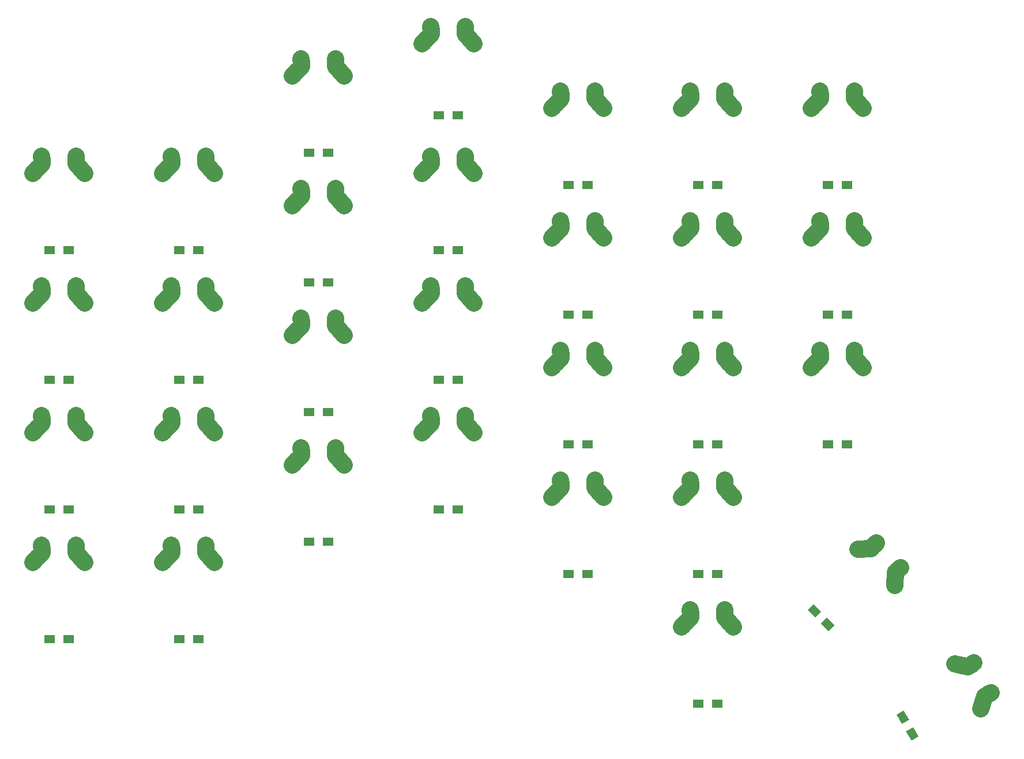
<source format=gbr>
G04 #@! TF.GenerationSoftware,KiCad,Pcbnew,(5.1.2)-2*
G04 #@! TF.CreationDate,2019-06-19T20:54:41-05:00*
G04 #@! TF.ProjectId,BlastersRev2,426c6173-7465-4727-9352-6576322e6b69,rev?*
G04 #@! TF.SameCoordinates,Original*
G04 #@! TF.FileFunction,Paste,Top*
G04 #@! TF.FilePolarity,Positive*
%FSLAX46Y46*%
G04 Gerber Fmt 4.6, Leading zero omitted, Abs format (unit mm)*
G04 Created by KiCad (PCBNEW (5.1.2)-2) date 2019-06-19 20:54:41*
%MOMM*%
%LPD*%
G04 APERTURE LIST*
%ADD10R,1.600000X1.200000*%
%ADD11C,1.200000*%
%ADD12C,0.100000*%
%ADD13C,2.500000*%
%ADD14C,2.500000*%
G04 APERTURE END LIST*
D10*
X141475000Y-84931250D03*
X144275000Y-84931250D03*
X144275000Y-103981250D03*
X141475000Y-103981250D03*
X141475000Y-123031250D03*
X144275000Y-123031250D03*
X144275000Y-142081250D03*
X141475000Y-142081250D03*
X160525000Y-84931250D03*
X163325000Y-84931250D03*
X163325000Y-103981250D03*
X160525000Y-103981250D03*
X160525000Y-123031250D03*
X163325000Y-123031250D03*
X163325000Y-142081250D03*
X160525000Y-142081250D03*
X160525000Y-161131250D03*
X163325000Y-161131250D03*
X182375000Y-84931250D03*
X179575000Y-84931250D03*
X179575000Y-103981250D03*
X182375000Y-103981250D03*
X182375000Y-123031250D03*
X179575000Y-123031250D03*
D11*
X190593750Y-163093814D03*
D12*
G36*
X189674135Y-162700994D02*
G01*
X190713365Y-162100994D01*
X191513365Y-163486634D01*
X190474135Y-164086634D01*
X189674135Y-162700994D01*
X189674135Y-162700994D01*
G37*
D11*
X191993750Y-165518686D03*
D12*
G36*
X191074135Y-165125866D02*
G01*
X192113365Y-164525866D01*
X192913365Y-165911506D01*
X191874135Y-166511506D01*
X191074135Y-165125866D01*
X191074135Y-165125866D01*
G37*
D10*
X68075000Y-113506250D03*
X65275000Y-113506250D03*
X122425000Y-113506250D03*
X125225000Y-113506250D03*
X125225000Y-132556250D03*
X122425000Y-132556250D03*
D11*
X177603801Y-147441301D03*
D12*
G36*
X176613852Y-147299880D02*
G01*
X177462380Y-146451352D01*
X178593750Y-147582722D01*
X177745222Y-148431250D01*
X176613852Y-147299880D01*
X176613852Y-147299880D01*
G37*
D11*
X179583699Y-149421199D03*
D12*
G36*
X178593750Y-149279778D02*
G01*
X179442278Y-148431250D01*
X180573648Y-149562620D01*
X179725120Y-150411148D01*
X178593750Y-149279778D01*
X178593750Y-149279778D01*
G37*
D10*
X68075000Y-94456250D03*
X65275000Y-94456250D03*
X65275000Y-132556250D03*
X68075000Y-132556250D03*
X68075000Y-151606250D03*
X65275000Y-151606250D03*
X84325000Y-94456250D03*
X87125000Y-94456250D03*
X87125000Y-113506250D03*
X84325000Y-113506250D03*
X84325000Y-132556250D03*
X87125000Y-132556250D03*
X87125000Y-151606250D03*
X84325000Y-151606250D03*
X106175000Y-80168750D03*
X103375000Y-80168750D03*
X103375000Y-99218750D03*
X106175000Y-99218750D03*
X106175000Y-118268750D03*
X103375000Y-118268750D03*
X103375000Y-137318750D03*
X106175000Y-137318750D03*
X122425000Y-74612500D03*
X125225000Y-74612500D03*
X125225000Y-94456250D03*
X122425000Y-94456250D03*
D13*
X69195000Y-99985000D03*
D14*
X69214999Y-99695000D02*
X69175001Y-100275000D01*
D13*
X63520000Y-101505000D03*
D14*
X62865005Y-102235004D02*
X64174995Y-100774996D01*
D13*
X64155000Y-99985000D03*
D14*
X64135001Y-99695000D02*
X64174999Y-100275000D01*
D13*
X69830000Y-101505000D03*
D14*
X70484995Y-102235004D02*
X69175005Y-100774996D01*
D13*
X69195000Y-80935000D03*
D14*
X69214999Y-80645000D02*
X69175001Y-81225000D01*
D13*
X63520000Y-82455000D03*
D14*
X62865005Y-83185004D02*
X64174995Y-81724996D01*
D13*
X64155000Y-80935000D03*
D14*
X64135001Y-80645000D02*
X64174999Y-81225000D01*
D13*
X69830000Y-82455000D03*
D14*
X70484995Y-83185004D02*
X69175005Y-81724996D01*
D13*
X146030000Y-111030000D03*
D14*
X146684995Y-111760004D02*
X145375005Y-110299996D01*
D13*
X140355000Y-109510000D03*
D14*
X140335001Y-109220000D02*
X140374999Y-109800000D01*
D13*
X139720000Y-111030000D03*
D14*
X139065005Y-111760004D02*
X140374995Y-110299996D01*
D13*
X145395000Y-109510000D03*
D14*
X145414999Y-109220000D02*
X145375001Y-109800000D01*
D13*
X145395000Y-128560000D03*
D14*
X145414999Y-128270000D02*
X145375001Y-128850000D01*
D13*
X139720000Y-130080000D03*
D14*
X139065005Y-130810004D02*
X140374995Y-129349996D01*
D13*
X140355000Y-128560000D03*
D14*
X140335001Y-128270000D02*
X140374999Y-128850000D01*
D13*
X146030000Y-130080000D03*
D14*
X146684995Y-130810004D02*
X145375005Y-129349996D01*
D13*
X165080000Y-72930000D03*
D14*
X165734995Y-73660004D02*
X164425005Y-72199996D01*
D13*
X159405000Y-71410000D03*
D14*
X159385001Y-71120000D02*
X159424999Y-71700000D01*
D13*
X158770000Y-72930000D03*
D14*
X158115005Y-73660004D02*
X159424995Y-72199996D01*
D13*
X164445000Y-71410000D03*
D14*
X164464999Y-71120000D02*
X164425001Y-71700000D01*
D13*
X164445000Y-90460000D03*
D14*
X164464999Y-90170000D02*
X164425001Y-90750000D01*
D13*
X158770000Y-91980000D03*
D14*
X158115005Y-92710004D02*
X159424995Y-91249996D01*
D13*
X159405000Y-90460000D03*
D14*
X159385001Y-90170000D02*
X159424999Y-90750000D01*
D13*
X165080000Y-91980000D03*
D14*
X165734995Y-92710004D02*
X164425005Y-91249996D01*
D13*
X165080000Y-111030000D03*
D14*
X165734995Y-111760004D02*
X164425005Y-110299996D01*
D13*
X159405000Y-109510000D03*
D14*
X159385001Y-109220000D02*
X159424999Y-109800000D01*
D13*
X158770000Y-111030000D03*
D14*
X158115005Y-111760004D02*
X159424995Y-110299996D01*
D13*
X164445000Y-109510000D03*
D14*
X164464999Y-109220000D02*
X164425001Y-109800000D01*
D13*
X164445000Y-128560000D03*
D14*
X164464999Y-128270000D02*
X164425001Y-128850000D01*
D13*
X158770000Y-130080000D03*
D14*
X158115005Y-130810004D02*
X159424995Y-129349996D01*
D13*
X159405000Y-128560000D03*
D14*
X159385001Y-128270000D02*
X159424999Y-128850000D01*
D13*
X165080000Y-130080000D03*
D14*
X165734995Y-130810004D02*
X164425005Y-129349996D01*
D13*
X165080000Y-149130000D03*
D14*
X165734995Y-149860004D02*
X164425005Y-148399996D01*
D13*
X159405000Y-147610000D03*
D14*
X159385001Y-147320000D02*
X159424999Y-147900000D01*
D13*
X158770000Y-149130000D03*
D14*
X158115005Y-149860004D02*
X159424995Y-148399996D01*
D13*
X164445000Y-147610000D03*
D14*
X164464999Y-147320000D02*
X164425001Y-147900000D01*
D13*
X183495000Y-71410000D03*
D14*
X183514999Y-71120000D02*
X183475001Y-71700000D01*
D13*
X177820000Y-72930000D03*
D14*
X177165005Y-73660004D02*
X178474995Y-72199996D01*
D13*
X178455000Y-71410000D03*
D14*
X178435001Y-71120000D02*
X178474999Y-71700000D01*
D13*
X184130000Y-72930000D03*
D14*
X184784995Y-73660004D02*
X183475005Y-72199996D01*
D13*
X184130000Y-91980000D03*
D14*
X184784995Y-92710004D02*
X183475005Y-91249996D01*
D13*
X178455000Y-90460000D03*
D14*
X178435001Y-90170000D02*
X178474999Y-90750000D01*
D13*
X177820000Y-91980000D03*
D14*
X177165005Y-92710004D02*
X178474995Y-91249996D01*
D13*
X183495000Y-90460000D03*
D14*
X183514999Y-90170000D02*
X183475001Y-90750000D01*
D13*
X184130000Y-111030000D03*
D14*
X184784995Y-111760004D02*
X183475005Y-110299996D01*
D13*
X178455000Y-109510000D03*
D14*
X178435001Y-109220000D02*
X178474999Y-109800000D01*
D13*
X177820000Y-111030000D03*
D14*
X177165005Y-111760004D02*
X178474995Y-110299996D01*
D13*
X183495000Y-109510000D03*
D14*
X183514999Y-109220000D02*
X183475001Y-109800000D01*
D13*
X189464261Y-142795183D03*
D14*
X189411222Y-143774526D02*
X189517300Y-141815840D01*
D13*
X186526232Y-137707549D03*
D14*
X186717152Y-137488346D02*
X186335312Y-137926752D01*
D13*
X185002417Y-138333339D03*
D14*
X184023074Y-138386378D02*
X185981760Y-138280300D01*
D13*
X190090051Y-141271368D03*
D14*
X190309254Y-141080448D02*
X189870848Y-141462288D01*
D13*
X203341962Y-159622184D03*
D14*
X203603109Y-159494504D02*
X203080815Y-159749864D01*
D13*
X199188103Y-155467490D03*
D14*
X198228403Y-155265249D02*
X200147803Y-155669731D01*
D13*
X200821962Y-155257416D03*
D14*
X201063110Y-155095096D02*
X200580814Y-155419736D01*
D13*
X202343103Y-160932110D03*
D14*
X202038398Y-161864355D02*
X202647808Y-159999865D01*
D13*
X146030000Y-72930000D03*
D14*
X146684995Y-73660004D02*
X145375005Y-72199996D01*
D13*
X140355000Y-71410000D03*
D14*
X140335001Y-71120000D02*
X140374999Y-71700000D01*
D13*
X139720000Y-72930000D03*
D14*
X139065005Y-73660004D02*
X140374995Y-72199996D01*
D13*
X145395000Y-71410000D03*
D14*
X145414999Y-71120000D02*
X145375001Y-71700000D01*
D13*
X145395000Y-90460000D03*
D14*
X145414999Y-90170000D02*
X145375001Y-90750000D01*
D13*
X139720000Y-91980000D03*
D14*
X139065005Y-92710004D02*
X140374995Y-91249996D01*
D13*
X140355000Y-90460000D03*
D14*
X140335001Y-90170000D02*
X140374999Y-90750000D01*
D13*
X146030000Y-91980000D03*
D14*
X146684995Y-92710004D02*
X145375005Y-91249996D01*
D13*
X126980000Y-82455000D03*
D14*
X127634995Y-83185004D02*
X126325005Y-81724996D01*
D13*
X121305000Y-80935000D03*
D14*
X121285001Y-80645000D02*
X121324999Y-81225000D01*
D13*
X120670000Y-82455000D03*
D14*
X120015005Y-83185004D02*
X121324995Y-81724996D01*
D13*
X126345000Y-80935000D03*
D14*
X126364999Y-80645000D02*
X126325001Y-81225000D01*
D13*
X126345000Y-99985000D03*
D14*
X126364999Y-99695000D02*
X126325001Y-100275000D01*
D13*
X120670000Y-101505000D03*
D14*
X120015005Y-102235004D02*
X121324995Y-100774996D01*
D13*
X121305000Y-99985000D03*
D14*
X121285001Y-99695000D02*
X121324999Y-100275000D01*
D13*
X126980000Y-101505000D03*
D14*
X127634995Y-102235004D02*
X126325005Y-100774996D01*
D13*
X69195000Y-119035000D03*
D14*
X69214999Y-118745000D02*
X69175001Y-119325000D01*
D13*
X63520000Y-120555000D03*
D14*
X62865005Y-121285004D02*
X64174995Y-119824996D01*
D13*
X64155000Y-119035000D03*
D14*
X64135001Y-118745000D02*
X64174999Y-119325000D01*
D13*
X69830000Y-120555000D03*
D14*
X70484995Y-121285004D02*
X69175005Y-119824996D01*
D13*
X69830000Y-139605000D03*
D14*
X70484995Y-140335004D02*
X69175005Y-138874996D01*
D13*
X64155000Y-138085000D03*
D14*
X64135001Y-137795000D02*
X64174999Y-138375000D01*
D13*
X63520000Y-139605000D03*
D14*
X62865005Y-140335004D02*
X64174995Y-138874996D01*
D13*
X69195000Y-138085000D03*
D14*
X69214999Y-137795000D02*
X69175001Y-138375000D01*
D13*
X88245000Y-80935000D03*
D14*
X88264999Y-80645000D02*
X88225001Y-81225000D01*
D13*
X82570000Y-82455000D03*
D14*
X81915005Y-83185004D02*
X83224995Y-81724996D01*
D13*
X83205000Y-80935000D03*
D14*
X83185001Y-80645000D02*
X83224999Y-81225000D01*
D13*
X88880000Y-82455000D03*
D14*
X89534995Y-83185004D02*
X88225005Y-81724996D01*
D13*
X88880000Y-101505000D03*
D14*
X89534995Y-102235004D02*
X88225005Y-100774996D01*
D13*
X83205000Y-99985000D03*
D14*
X83185001Y-99695000D02*
X83224999Y-100275000D01*
D13*
X82570000Y-101505000D03*
D14*
X81915005Y-102235004D02*
X83224995Y-100774996D01*
D13*
X88245000Y-99985000D03*
D14*
X88264999Y-99695000D02*
X88225001Y-100275000D01*
D13*
X88245000Y-119035000D03*
D14*
X88264999Y-118745000D02*
X88225001Y-119325000D01*
D13*
X82570000Y-120555000D03*
D14*
X81915005Y-121285004D02*
X83224995Y-119824996D01*
D13*
X83205000Y-119035000D03*
D14*
X83185001Y-118745000D02*
X83224999Y-119325000D01*
D13*
X88880000Y-120555000D03*
D14*
X89534995Y-121285004D02*
X88225005Y-119824996D01*
D13*
X88880000Y-139605000D03*
D14*
X89534995Y-140335004D02*
X88225005Y-138874996D01*
D13*
X83205000Y-138085000D03*
D14*
X83185001Y-137795000D02*
X83224999Y-138375000D01*
D13*
X82570000Y-139605000D03*
D14*
X81915005Y-140335004D02*
X83224995Y-138874996D01*
D13*
X88245000Y-138085000D03*
D14*
X88264999Y-137795000D02*
X88225001Y-138375000D01*
D13*
X107930000Y-68167500D03*
D14*
X108584995Y-68897504D02*
X107275005Y-67437496D01*
D13*
X102255000Y-66647500D03*
D14*
X102235001Y-66357500D02*
X102274999Y-66937500D01*
D13*
X101620000Y-68167500D03*
D14*
X100965005Y-68897504D02*
X102274995Y-67437496D01*
D13*
X107295000Y-66647500D03*
D14*
X107314999Y-66357500D02*
X107275001Y-66937500D01*
D13*
X107295000Y-85697500D03*
D14*
X107314999Y-85407500D02*
X107275001Y-85987500D01*
D13*
X101620000Y-87217500D03*
D14*
X100965005Y-87947504D02*
X102274995Y-86487496D01*
D13*
X102255000Y-85697500D03*
D14*
X102235001Y-85407500D02*
X102274999Y-85987500D01*
D13*
X107930000Y-87217500D03*
D14*
X108584995Y-87947504D02*
X107275005Y-86487496D01*
D13*
X107930000Y-106267500D03*
D14*
X108584995Y-106997504D02*
X107275005Y-105537496D01*
D13*
X102255000Y-104747500D03*
D14*
X102235001Y-104457500D02*
X102274999Y-105037500D01*
D13*
X101620000Y-106267500D03*
D14*
X100965005Y-106997504D02*
X102274995Y-105537496D01*
D13*
X107295000Y-104747500D03*
D14*
X107314999Y-104457500D02*
X107275001Y-105037500D01*
D13*
X107295000Y-123797500D03*
D14*
X107314999Y-123507500D02*
X107275001Y-124087500D01*
D13*
X101620000Y-125317500D03*
D14*
X100965005Y-126047504D02*
X102274995Y-124587496D01*
D13*
X102255000Y-123797500D03*
D14*
X102235001Y-123507500D02*
X102274999Y-124087500D01*
D13*
X107930000Y-125317500D03*
D14*
X108584995Y-126047504D02*
X107275005Y-124587496D01*
D13*
X126345000Y-61885000D03*
D14*
X126364999Y-61595000D02*
X126325001Y-62175000D01*
D13*
X120670000Y-63405000D03*
D14*
X120015005Y-64135004D02*
X121324995Y-62674996D01*
D13*
X121305000Y-61885000D03*
D14*
X121285001Y-61595000D02*
X121324999Y-62175000D01*
D13*
X126980000Y-63405000D03*
D14*
X127634995Y-64135004D02*
X126325005Y-62674996D01*
D13*
X126345000Y-119035000D03*
D14*
X126364999Y-118745000D02*
X126325001Y-119325000D01*
D13*
X120670000Y-120555000D03*
D14*
X120015005Y-121285004D02*
X121324995Y-119824996D01*
D13*
X121305000Y-119035000D03*
D14*
X121285001Y-118745000D02*
X121324999Y-119325000D01*
D13*
X126980000Y-120555000D03*
D14*
X127634995Y-121285004D02*
X126325005Y-119824996D01*
M02*

</source>
